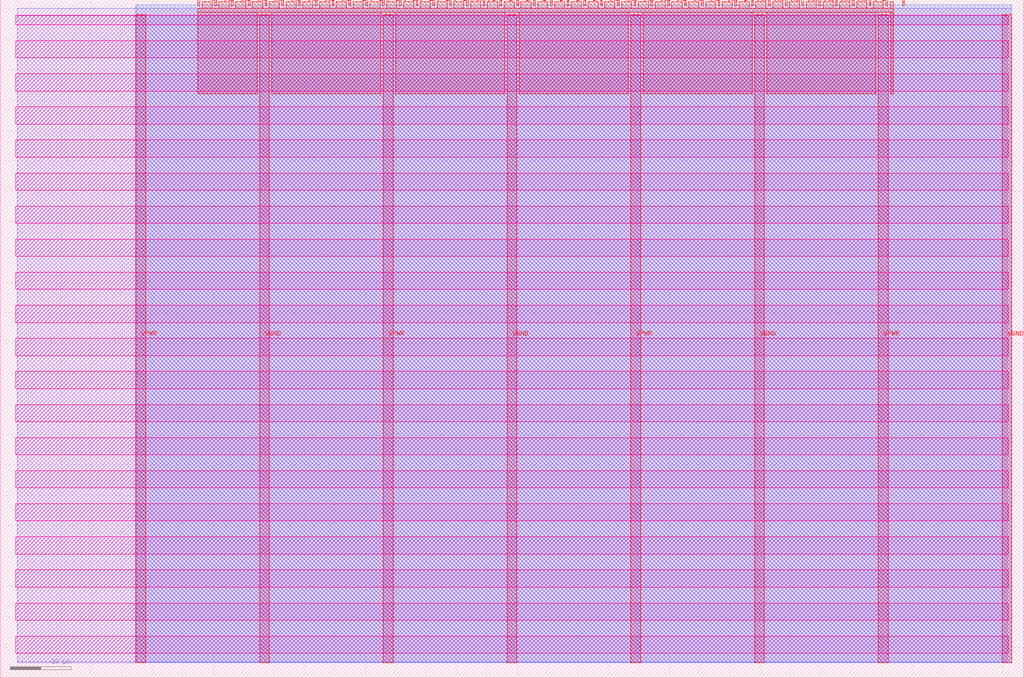
<source format=lef>
VERSION 5.7 ;
  NOWIREEXTENSIONATPIN ON ;
  DIVIDERCHAR "/" ;
  BUSBITCHARS "[]" ;
MACRO tt_um_tkmheart_dup
  CLASS BLOCK ;
  FOREIGN tt_um_tkmheart_dup ;
  ORIGIN 0.000 0.000 ;
  SIZE 168.360 BY 111.520 ;
  PIN VGND
    DIRECTION INOUT ;
    USE GROUND ;
    PORT
      LAYER met4 ;
        RECT 42.670 2.480 44.270 109.040 ;
    END
    PORT
      LAYER met4 ;
        RECT 83.380 2.480 84.980 109.040 ;
    END
    PORT
      LAYER met4 ;
        RECT 124.090 2.480 125.690 109.040 ;
    END
    PORT
      LAYER met4 ;
        RECT 164.800 2.480 166.400 109.040 ;
    END
  END VGND
  PIN VPWR
    DIRECTION INOUT ;
    USE POWER ;
    PORT
      LAYER met4 ;
        RECT 22.315 2.480 23.915 109.040 ;
    END
    PORT
      LAYER met4 ;
        RECT 63.025 2.480 64.625 109.040 ;
    END
    PORT
      LAYER met4 ;
        RECT 103.735 2.480 105.335 109.040 ;
    END
    PORT
      LAYER met4 ;
        RECT 144.445 2.480 146.045 109.040 ;
    END
  END VPWR
  PIN clk
    DIRECTION INPUT ;
    USE SIGNAL ;
    ANTENNAGATEAREA 0.852000 ;
    PORT
      LAYER met4 ;
        RECT 145.670 110.520 145.970 111.520 ;
    END
  END clk
  PIN ena
    DIRECTION INPUT ;
    USE SIGNAL ;
    PORT
      LAYER met4 ;
        RECT 148.430 110.520 148.730 111.520 ;
    END
  END ena
  PIN rst_n
    DIRECTION INPUT ;
    USE SIGNAL ;
    PORT
      LAYER met4 ;
        RECT 142.910 110.520 143.210 111.520 ;
    END
  END rst_n
  PIN ui_in[0]
    DIRECTION INPUT ;
    USE SIGNAL ;
    ANTENNAGATEAREA 0.196500 ;
    PORT
      LAYER met4 ;
        RECT 140.150 110.520 140.450 111.520 ;
    END
  END ui_in[0]
  PIN ui_in[1]
    DIRECTION INPUT ;
    USE SIGNAL ;
    ANTENNAGATEAREA 0.213000 ;
    PORT
      LAYER met4 ;
        RECT 137.390 110.520 137.690 111.520 ;
    END
  END ui_in[1]
  PIN ui_in[2]
    DIRECTION INPUT ;
    USE SIGNAL ;
    ANTENNAGATEAREA 0.126000 ;
    PORT
      LAYER met4 ;
        RECT 134.630 110.520 134.930 111.520 ;
    END
  END ui_in[2]
  PIN ui_in[3]
    DIRECTION INPUT ;
    USE SIGNAL ;
    ANTENNAGATEAREA 0.196500 ;
    PORT
      LAYER met4 ;
        RECT 131.870 110.520 132.170 111.520 ;
    END
  END ui_in[3]
  PIN ui_in[4]
    DIRECTION INPUT ;
    USE SIGNAL ;
    ANTENNAGATEAREA 0.196500 ;
    PORT
      LAYER met4 ;
        RECT 129.110 110.520 129.410 111.520 ;
    END
  END ui_in[4]
  PIN ui_in[5]
    DIRECTION INPUT ;
    USE SIGNAL ;
    ANTENNAGATEAREA 0.196500 ;
    PORT
      LAYER met4 ;
        RECT 126.350 110.520 126.650 111.520 ;
    END
  END ui_in[5]
  PIN ui_in[6]
    DIRECTION INPUT ;
    USE SIGNAL ;
    ANTENNAGATEAREA 0.196500 ;
    PORT
      LAYER met4 ;
        RECT 123.590 110.520 123.890 111.520 ;
    END
  END ui_in[6]
  PIN ui_in[7]
    DIRECTION INPUT ;
    USE SIGNAL ;
    PORT
      LAYER met4 ;
        RECT 120.830 110.520 121.130 111.520 ;
    END
  END ui_in[7]
  PIN uio_in[0]
    DIRECTION INPUT ;
    USE SIGNAL ;
    PORT
      LAYER met4 ;
        RECT 118.070 110.520 118.370 111.520 ;
    END
  END uio_in[0]
  PIN uio_in[1]
    DIRECTION INPUT ;
    USE SIGNAL ;
    PORT
      LAYER met4 ;
        RECT 115.310 110.520 115.610 111.520 ;
    END
  END uio_in[1]
  PIN uio_in[2]
    DIRECTION INPUT ;
    USE SIGNAL ;
    PORT
      LAYER met4 ;
        RECT 112.550 110.520 112.850 111.520 ;
    END
  END uio_in[2]
  PIN uio_in[3]
    DIRECTION INPUT ;
    USE SIGNAL ;
    PORT
      LAYER met4 ;
        RECT 109.790 110.520 110.090 111.520 ;
    END
  END uio_in[3]
  PIN uio_in[4]
    DIRECTION INPUT ;
    USE SIGNAL ;
    PORT
      LAYER met4 ;
        RECT 107.030 110.520 107.330 111.520 ;
    END
  END uio_in[4]
  PIN uio_in[5]
    DIRECTION INPUT ;
    USE SIGNAL ;
    PORT
      LAYER met4 ;
        RECT 104.270 110.520 104.570 111.520 ;
    END
  END uio_in[5]
  PIN uio_in[6]
    DIRECTION INPUT ;
    USE SIGNAL ;
    PORT
      LAYER met4 ;
        RECT 101.510 110.520 101.810 111.520 ;
    END
  END uio_in[6]
  PIN uio_in[7]
    DIRECTION INPUT ;
    USE SIGNAL ;
    PORT
      LAYER met4 ;
        RECT 98.750 110.520 99.050 111.520 ;
    END
  END uio_in[7]
  PIN uio_oe[0]
    DIRECTION OUTPUT TRISTATE ;
    USE SIGNAL ;
    PORT
      LAYER met4 ;
        RECT 51.830 110.520 52.130 111.520 ;
    END
  END uio_oe[0]
  PIN uio_oe[1]
    DIRECTION OUTPUT TRISTATE ;
    USE SIGNAL ;
    PORT
      LAYER met4 ;
        RECT 49.070 110.520 49.370 111.520 ;
    END
  END uio_oe[1]
  PIN uio_oe[2]
    DIRECTION OUTPUT TRISTATE ;
    USE SIGNAL ;
    PORT
      LAYER met4 ;
        RECT 46.310 110.520 46.610 111.520 ;
    END
  END uio_oe[2]
  PIN uio_oe[3]
    DIRECTION OUTPUT TRISTATE ;
    USE SIGNAL ;
    PORT
      LAYER met4 ;
        RECT 43.550 110.520 43.850 111.520 ;
    END
  END uio_oe[3]
  PIN uio_oe[4]
    DIRECTION OUTPUT TRISTATE ;
    USE SIGNAL ;
    PORT
      LAYER met4 ;
        RECT 40.790 110.520 41.090 111.520 ;
    END
  END uio_oe[4]
  PIN uio_oe[5]
    DIRECTION OUTPUT TRISTATE ;
    USE SIGNAL ;
    PORT
      LAYER met4 ;
        RECT 38.030 110.520 38.330 111.520 ;
    END
  END uio_oe[5]
  PIN uio_oe[6]
    DIRECTION OUTPUT TRISTATE ;
    USE SIGNAL ;
    PORT
      LAYER met4 ;
        RECT 35.270 110.520 35.570 111.520 ;
    END
  END uio_oe[6]
  PIN uio_oe[7]
    DIRECTION OUTPUT TRISTATE ;
    USE SIGNAL ;
    PORT
      LAYER met4 ;
        RECT 32.510 110.520 32.810 111.520 ;
    END
  END uio_oe[7]
  PIN uio_out[0]
    DIRECTION OUTPUT TRISTATE ;
    USE SIGNAL ;
    ANTENNADIFFAREA 0.795200 ;
    PORT
      LAYER met4 ;
        RECT 73.910 110.520 74.210 111.520 ;
    END
  END uio_out[0]
  PIN uio_out[1]
    DIRECTION OUTPUT TRISTATE ;
    USE SIGNAL ;
    PORT
      LAYER met4 ;
        RECT 71.150 110.520 71.450 111.520 ;
    END
  END uio_out[1]
  PIN uio_out[2]
    DIRECTION OUTPUT TRISTATE ;
    USE SIGNAL ;
    PORT
      LAYER met4 ;
        RECT 68.390 110.520 68.690 111.520 ;
    END
  END uio_out[2]
  PIN uio_out[3]
    DIRECTION OUTPUT TRISTATE ;
    USE SIGNAL ;
    PORT
      LAYER met4 ;
        RECT 65.630 110.520 65.930 111.520 ;
    END
  END uio_out[3]
  PIN uio_out[4]
    DIRECTION OUTPUT TRISTATE ;
    USE SIGNAL ;
    PORT
      LAYER met4 ;
        RECT 62.870 110.520 63.170 111.520 ;
    END
  END uio_out[4]
  PIN uio_out[5]
    DIRECTION OUTPUT TRISTATE ;
    USE SIGNAL ;
    PORT
      LAYER met4 ;
        RECT 60.110 110.520 60.410 111.520 ;
    END
  END uio_out[5]
  PIN uio_out[6]
    DIRECTION OUTPUT TRISTATE ;
    USE SIGNAL ;
    PORT
      LAYER met4 ;
        RECT 57.350 110.520 57.650 111.520 ;
    END
  END uio_out[6]
  PIN uio_out[7]
    DIRECTION OUTPUT TRISTATE ;
    USE SIGNAL ;
    PORT
      LAYER met4 ;
        RECT 54.590 110.520 54.890 111.520 ;
    END
  END uio_out[7]
  PIN uo_out[0]
    DIRECTION OUTPUT TRISTATE ;
    USE SIGNAL ;
    ANTENNAGATEAREA 0.373500 ;
    ANTENNADIFFAREA 0.891000 ;
    PORT
      LAYER met4 ;
        RECT 95.990 110.520 96.290 111.520 ;
    END
  END uo_out[0]
  PIN uo_out[1]
    DIRECTION OUTPUT TRISTATE ;
    USE SIGNAL ;
    ANTENNAGATEAREA 0.373500 ;
    ANTENNADIFFAREA 0.891000 ;
    PORT
      LAYER met4 ;
        RECT 93.230 110.520 93.530 111.520 ;
    END
  END uo_out[1]
  PIN uo_out[2]
    DIRECTION OUTPUT TRISTATE ;
    USE SIGNAL ;
    ANTENNAGATEAREA 0.373500 ;
    ANTENNADIFFAREA 0.891000 ;
    PORT
      LAYER met4 ;
        RECT 90.470 110.520 90.770 111.520 ;
    END
  END uo_out[2]
  PIN uo_out[3]
    DIRECTION OUTPUT TRISTATE ;
    USE SIGNAL ;
    ANTENNAGATEAREA 0.373500 ;
    ANTENNADIFFAREA 0.891000 ;
    PORT
      LAYER met4 ;
        RECT 87.710 110.520 88.010 111.520 ;
    END
  END uo_out[3]
  PIN uo_out[4]
    DIRECTION OUTPUT TRISTATE ;
    USE SIGNAL ;
    ANTENNAGATEAREA 0.373500 ;
    ANTENNADIFFAREA 0.891000 ;
    PORT
      LAYER met4 ;
        RECT 84.950 110.520 85.250 111.520 ;
    END
  END uo_out[4]
  PIN uo_out[5]
    DIRECTION OUTPUT TRISTATE ;
    USE SIGNAL ;
    ANTENNAGATEAREA 0.373500 ;
    ANTENNADIFFAREA 0.891000 ;
    PORT
      LAYER met4 ;
        RECT 82.190 110.520 82.490 111.520 ;
    END
  END uo_out[5]
  PIN uo_out[6]
    DIRECTION OUTPUT TRISTATE ;
    USE SIGNAL ;
    ANTENNAGATEAREA 0.373500 ;
    ANTENNADIFFAREA 0.891000 ;
    PORT
      LAYER met4 ;
        RECT 79.430 110.520 79.730 111.520 ;
    END
  END uo_out[6]
  PIN uo_out[7]
    DIRECTION OUTPUT TRISTATE ;
    USE SIGNAL ;
    ANTENNAGATEAREA 0.373500 ;
    ANTENNADIFFAREA 0.891000 ;
    PORT
      LAYER met4 ;
        RECT 76.670 110.520 76.970 111.520 ;
    END
  END uo_out[7]
  OBS
      LAYER nwell ;
        RECT 2.570 107.385 165.790 108.990 ;
        RECT 2.570 101.945 165.790 104.775 ;
        RECT 2.570 96.505 165.790 99.335 ;
        RECT 2.570 91.065 165.790 93.895 ;
        RECT 2.570 85.625 165.790 88.455 ;
        RECT 2.570 80.185 165.790 83.015 ;
        RECT 2.570 74.745 165.790 77.575 ;
        RECT 2.570 69.305 165.790 72.135 ;
        RECT 2.570 63.865 165.790 66.695 ;
        RECT 2.570 58.425 165.790 61.255 ;
        RECT 2.570 52.985 165.790 55.815 ;
        RECT 2.570 47.545 165.790 50.375 ;
        RECT 2.570 42.105 165.790 44.935 ;
        RECT 2.570 36.665 165.790 39.495 ;
        RECT 2.570 31.225 165.790 34.055 ;
        RECT 2.570 25.785 165.790 28.615 ;
        RECT 2.570 20.345 165.790 23.175 ;
        RECT 2.570 14.905 165.790 17.735 ;
        RECT 2.570 9.465 165.790 12.295 ;
        RECT 2.570 4.025 165.790 6.855 ;
      LAYER li1 ;
        RECT 2.760 2.635 165.600 108.885 ;
      LAYER met1 ;
        RECT 2.760 2.480 166.400 110.120 ;
      LAYER met2 ;
        RECT 22.345 2.535 166.370 110.685 ;
      LAYER met3 ;
        RECT 22.325 2.555 166.390 110.665 ;
      LAYER met4 ;
        RECT 33.210 110.120 34.870 111.170 ;
        RECT 35.970 110.120 37.630 111.170 ;
        RECT 38.730 110.120 40.390 111.170 ;
        RECT 41.490 110.120 43.150 111.170 ;
        RECT 44.250 110.120 45.910 111.170 ;
        RECT 47.010 110.120 48.670 111.170 ;
        RECT 49.770 110.120 51.430 111.170 ;
        RECT 52.530 110.120 54.190 111.170 ;
        RECT 55.290 110.120 56.950 111.170 ;
        RECT 58.050 110.120 59.710 111.170 ;
        RECT 60.810 110.120 62.470 111.170 ;
        RECT 63.570 110.120 65.230 111.170 ;
        RECT 66.330 110.120 67.990 111.170 ;
        RECT 69.090 110.120 70.750 111.170 ;
        RECT 71.850 110.120 73.510 111.170 ;
        RECT 74.610 110.120 76.270 111.170 ;
        RECT 77.370 110.120 79.030 111.170 ;
        RECT 80.130 110.120 81.790 111.170 ;
        RECT 82.890 110.120 84.550 111.170 ;
        RECT 85.650 110.120 87.310 111.170 ;
        RECT 88.410 110.120 90.070 111.170 ;
        RECT 91.170 110.120 92.830 111.170 ;
        RECT 93.930 110.120 95.590 111.170 ;
        RECT 96.690 110.120 98.350 111.170 ;
        RECT 99.450 110.120 101.110 111.170 ;
        RECT 102.210 110.120 103.870 111.170 ;
        RECT 104.970 110.120 106.630 111.170 ;
        RECT 107.730 110.120 109.390 111.170 ;
        RECT 110.490 110.120 112.150 111.170 ;
        RECT 113.250 110.120 114.910 111.170 ;
        RECT 116.010 110.120 117.670 111.170 ;
        RECT 118.770 110.120 120.430 111.170 ;
        RECT 121.530 110.120 123.190 111.170 ;
        RECT 124.290 110.120 125.950 111.170 ;
        RECT 127.050 110.120 128.710 111.170 ;
        RECT 129.810 110.120 131.470 111.170 ;
        RECT 132.570 110.120 134.230 111.170 ;
        RECT 135.330 110.120 136.990 111.170 ;
        RECT 138.090 110.120 139.750 111.170 ;
        RECT 140.850 110.120 142.510 111.170 ;
        RECT 143.610 110.120 145.270 111.170 ;
        RECT 146.370 110.120 146.905 111.170 ;
        RECT 32.495 109.440 146.905 110.120 ;
        RECT 32.495 96.055 42.270 109.440 ;
        RECT 44.670 96.055 62.625 109.440 ;
        RECT 65.025 96.055 82.980 109.440 ;
        RECT 85.380 96.055 103.335 109.440 ;
        RECT 105.735 96.055 123.690 109.440 ;
        RECT 126.090 96.055 144.045 109.440 ;
        RECT 146.445 96.055 146.905 109.440 ;
  END
END tt_um_tkmheart_dup
END LIBRARY


</source>
